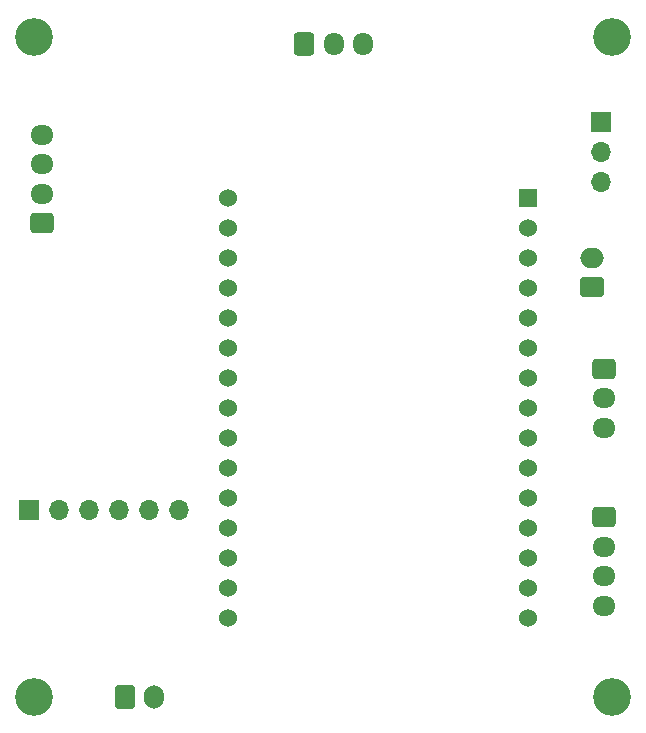
<source format=gts>
G04 #@! TF.GenerationSoftware,KiCad,Pcbnew,9.0.0*
G04 #@! TF.CreationDate,2025-06-18T16:48:56-04:00*
G04 #@! TF.ProjectId,top_board,746f705f-626f-4617-9264-2e6b69636164,rev?*
G04 #@! TF.SameCoordinates,Original*
G04 #@! TF.FileFunction,Soldermask,Top*
G04 #@! TF.FilePolarity,Negative*
%FSLAX46Y46*%
G04 Gerber Fmt 4.6, Leading zero omitted, Abs format (unit mm)*
G04 Created by KiCad (PCBNEW 9.0.0) date 2025-06-18 16:48:56*
%MOMM*%
%LPD*%
G01*
G04 APERTURE LIST*
G04 Aperture macros list*
%AMRoundRect*
0 Rectangle with rounded corners*
0 $1 Rounding radius*
0 $2 $3 $4 $5 $6 $7 $8 $9 X,Y pos of 4 corners*
0 Add a 4 corners polygon primitive as box body*
4,1,4,$2,$3,$4,$5,$6,$7,$8,$9,$2,$3,0*
0 Add four circle primitives for the rounded corners*
1,1,$1+$1,$2,$3*
1,1,$1+$1,$4,$5*
1,1,$1+$1,$6,$7*
1,1,$1+$1,$8,$9*
0 Add four rect primitives between the rounded corners*
20,1,$1+$1,$2,$3,$4,$5,0*
20,1,$1+$1,$4,$5,$6,$7,0*
20,1,$1+$1,$6,$7,$8,$9,0*
20,1,$1+$1,$8,$9,$2,$3,0*%
G04 Aperture macros list end*
%ADD10C,3.200000*%
%ADD11RoundRect,0.250000X0.750000X-0.600000X0.750000X0.600000X-0.750000X0.600000X-0.750000X-0.600000X0*%
%ADD12O,2.000000X1.700000*%
%ADD13R,1.700000X1.700000*%
%ADD14O,1.700000X1.700000*%
%ADD15RoundRect,0.250000X-0.600000X-0.725000X0.600000X-0.725000X0.600000X0.725000X-0.600000X0.725000X0*%
%ADD16O,1.700000X1.950000*%
%ADD17RoundRect,0.250000X-0.725000X0.600000X-0.725000X-0.600000X0.725000X-0.600000X0.725000X0.600000X0*%
%ADD18O,1.950000X1.700000*%
%ADD19RoundRect,0.250000X0.725000X-0.600000X0.725000X0.600000X-0.725000X0.600000X-0.725000X-0.600000X0*%
%ADD20RoundRect,0.250000X-0.600000X-0.750000X0.600000X-0.750000X0.600000X0.750000X-0.600000X0.750000X0*%
%ADD21O,1.700000X2.000000*%
%ADD22R,1.524000X1.524000*%
%ADD23C,1.524000*%
G04 APERTURE END LIST*
D10*
X241935000Y-113665000D03*
D11*
X240284000Y-78994000D03*
D12*
X240284000Y-76494000D03*
D13*
X192560000Y-97900000D03*
D14*
X195100000Y-97900000D03*
X197640000Y-97900000D03*
X200180000Y-97900000D03*
X202720000Y-97900000D03*
X205260000Y-97900000D03*
D15*
X215900000Y-58420000D03*
D16*
X218400000Y-58420000D03*
X220900000Y-58420000D03*
D17*
X241300000Y-98465000D03*
D18*
X241300000Y-100965000D03*
X241300000Y-103465000D03*
X241300000Y-105965000D03*
D17*
X241300000Y-85892000D03*
D18*
X241300000Y-88392000D03*
X241300000Y-90892000D03*
D13*
X241046000Y-65024000D03*
D14*
X241046000Y-67564000D03*
X241046000Y-70104000D03*
D10*
X193040000Y-113665000D03*
X193040000Y-57785000D03*
X241935000Y-57785000D03*
D19*
X193675000Y-73600000D03*
D18*
X193675000Y-71100000D03*
X193675000Y-68600000D03*
X193675000Y-66100000D03*
D20*
X200700000Y-113665000D03*
D21*
X203200000Y-113665000D03*
D22*
X234840000Y-71440000D03*
D23*
X234840000Y-73980000D03*
X234840000Y-76520000D03*
X234840000Y-79060000D03*
X234840000Y-81600000D03*
X234840000Y-84140000D03*
X234840000Y-86680000D03*
X234840000Y-89220000D03*
X234840000Y-91760000D03*
X234840000Y-94300000D03*
X234840000Y-96840000D03*
X234840000Y-99380000D03*
X234840000Y-101920000D03*
X234840000Y-104460000D03*
X234840000Y-107000000D03*
X209440000Y-107000000D03*
X209440000Y-104460000D03*
X209440000Y-101920000D03*
X209440000Y-99380000D03*
X209440000Y-96840000D03*
X209440000Y-94300000D03*
X209440000Y-91760000D03*
X209440000Y-89220000D03*
X209440000Y-86680000D03*
X209440000Y-84140000D03*
X209440000Y-81600000D03*
X209440000Y-79060000D03*
X209440000Y-76520000D03*
X209440000Y-73980000D03*
X209440000Y-71440000D03*
M02*

</source>
